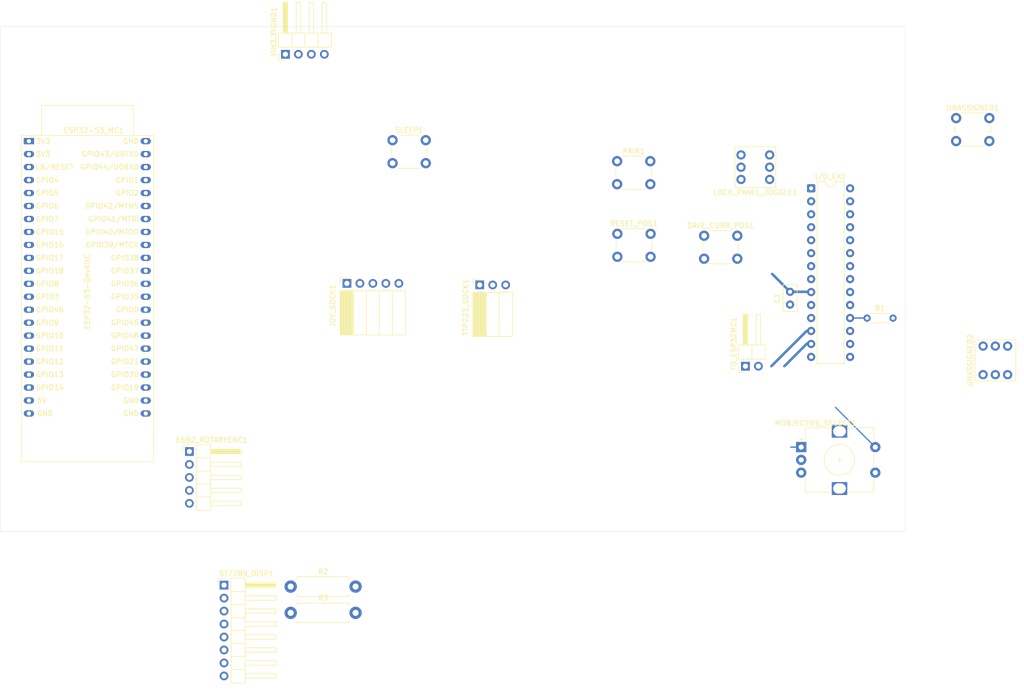
<source format=kicad_pcb>
(kicad_pcb (version 20241229) (generator "pcbnew") (generator_version "9.0")
  (layers (0 "F.Cu" signal) (2 "B.Cu" signal) (13 "F.Paste" user) (15 "B.Paste" user) (5 "F.SilkS" user "F.Silkscreen") (7 "B.SilkS" user "B.Silkscreen") (1 "F.Mask" user) (3 "B.Mask" user) (25 "Edge.Cuts" user))
  (net 0 "")
  (net 1 "GND")
  (net 2 "/<NO NET>")
  (net 3 "/SAVE_CURR_POS")
  (net 4 "/RESET_POS")
  (net 7 "/PAIR")
  (net 8 "/SHUTTER_RELEASE")
  (net 14 "/LOCK_PANEL")
  (net 23 "/SLEEP")
  (net 24 "/MCPCLK")
  (net 25 "/MCPDATA")
  (net 26 "/E6B2_PHZ")
  (net 27 "/E6B2_PHA")
  (net 54 "/FINECOARSE_SWITCH")
  (net 55 "/JOY_VRx")
  (net 56 "/JOY_VRy")
  (net 64 "/+5V")
  (net 65 "/NC")
  (net 66 "/E6B2_PHB")
  (net 67 "/LCD_SCL")
  (net 68 "/LCD_CS")
  (net 69 "/LCD_BL")
  (net 70 "/LCD_RST")
  (net 71 "/LCD_DC")
  (net 72 "/LCD_SDA")
  (net 73 "/EC11_SW")
  (net 74 "/EC11_PHB")
  (net 75 "/EC11_PHA")
  (footprint "Capacitor_THT:C_Disc_D5.0mm_W2.5mm_P2.50mm" (layer "F.Cu") (at 169.02 74.07 90)
    (property "Reference" "C1" (at 1.25 -2.5 90) (layer "F.SilkS"))
    (property "Value" "0.1uF")
    (fp_line (start 3.87 -1.37) (end 3.87 1.37) (stroke (width 0.12)) (layer "F.SilkS"))
    (fp_line (start -1.37 -1.37) (end 3.87 -1.37) (stroke (width 0.12)) (layer "F.SilkS"))
    (fp_line (start 3.87 1.37) (end -1.37 1.37) (stroke (width 0.12)) (layer "F.SilkS"))
    (fp_line (start -1.37 1.37) (end -1.37 -1.37) (stroke (width 0.12)) (layer "F.SilkS"))
    (pad "1" thru_hole circle (at 0 0 90) (size 1.6 1.6) (drill 0.8) (layers "*.Cu" "*.Mask") (net 1 "GND"))
    (pad "2" thru_hole circle (at 2.5 0 90) (size 1.6 1.6) (drill 0.8) (layers "*.Cu" "*.Mask") (net 2 "/<NO NET>"))
  )
  (footprint "TMB_Library:SW_Push_DPDT_8x8mm" (layer "F.Cu") (at 209.2 85)
    (property "Reference" "UNASSIGNED2" (at -4.94 0 90) (layer "F.SilkS"))
    (property "Value" "SW_Push_DPDT")
    (fp_line (start -4 -4) (end -4 4) (stroke (width 0.12)) (layer "F.SilkS"))
    (fp_line (start -4 4) (end 4 4) (stroke (width 0.12)) (layer "F.SilkS"))
    (fp_line (start 4 -4) (end -4 -4) (stroke (width 0.12)) (layer "F.SilkS"))
    (fp_line (start 4 4) (end 4 -4) (stroke (width 0.12)) (layer "F.SilkS"))
    (pad "1" thru_hole circle (at -2.4 2.8) (size 1.8 1.8) (drill 1) (layers "*.Cu" "*.Mask"))
    (pad "2" thru_hole circle (at 0 2.8) (size 1.8 1.8) (drill 1) (layers "*.Cu" "*.Mask"))
    (pad "3" thru_hole circle (at 2.4 2.8) (size 1.8 1.8) (drill 1) (layers "*.Cu" "*.Mask") (net 1 "GND"))
    (pad "4" thru_hole circle (at 2.4 -2.8) (size 1.8 1.8) (drill 1) (layers "*.Cu" "*.Mask"))
    (pad "5" thru_hole circle (at 0 -2.8) (size 1.8 1.8) (drill 1) (layers "*.Cu" "*.Mask"))
    (pad "6" thru_hole circle (at -2.4 -2.8) (size 1.8 1.8) (drill 1) (layers "*.Cu" "*.Mask"))
  )
  (footprint "Resistor_THT:R_Axial_DIN0411_L9.9mm_D3.6mm_P12.70mm_Horizontal" (layer "F.Cu") (at 71.29 134.45)
    (property "Reference" "R3" (at 6.35 -2.92 0) (layer "F.SilkS"))
    (property "Value" "10k")
    (fp_line (start 1.28 -1.92) (end 11.42 -1.92) (stroke (width 0.12)) (layer "F.SilkS"))
    (fp_line (start 1.28 -1.44) (end 1.28 -1.92) (stroke (width 0.12)) (layer "F.SilkS"))
    (fp_line (start 1.28 1.44) (end 1.28 1.92) (stroke (width 0.12)) (layer "F.SilkS"))
    (fp_line (start 1.28 1.92) (end 11.42 1.92) (stroke (width 0.12)) (layer "F.SilkS"))
    (fp_line (start 11.42 -1.92) (end 11.42 -1.44) (stroke (width 0.12)) (layer "F.SilkS"))
    (fp_line (start 11.42 1.92) (end 11.42 1.44) (stroke (width 0.12)) (layer "F.SilkS"))
    (pad "1" thru_hole circle (at 0 0) (size 2.4 2.4) (drill 1.2) (layers "*.Cu" "*.Mask") (net 2 "/<NO NET>"))
    (pad "2" thru_hole circle (at 12.7 0) (size 2.4 2.4) (drill 1.2) (layers "*.Cu" "*.Mask") (net 66 "/E6B2_PHB"))
  )
  (footprint "TMB_Library:SW_Push_DPDT_8x8mm" (layer "F.Cu") (at 162.225 47.165 90)
    (property "Reference" "LOCK_PANEL_TOGGLE1" (at -4.94 0 0) (layer "F.SilkS"))
    (property "Value" "SW_Push_DPDT")
    (fp_line (start 4 -4) (end -4 -4) (stroke (width 0.12)) (layer "F.SilkS"))
    (fp_line (start -4 -4) (end -4 4) (stroke (width 0.12)) (layer "F.SilkS"))
    (fp_line (start 4 4) (end 4 -4) (stroke (width 0.12)) (layer "F.SilkS"))
    (fp_line (start -4 4) (end 4 4) (stroke (width 0.12)) (layer "F.SilkS"))
    (pad "1" thru_hole circle (at -2.4 2.8 90) (size 1.8 1.8) (drill 1) (layers "*.Cu" "*.Mask"))
    (pad "2" thru_hole circle (at 0 2.8 90) (size 1.8 1.8) (drill 1) (layers "*.Cu" "*.Mask") (net 14 "/LOCK_PANEL"))
    (pad "3" thru_hole circle (at 2.4 2.8 90) (size 1.8 1.8) (drill 1) (layers "*.Cu" "*.Mask") (net 1 "GND"))
    (pad "4" thru_hole circle (at 2.4 -2.8 90) (size 1.8 1.8) (drill 1) (layers "*.Cu" "*.Mask"))
    (pad "5" thru_hole circle (at 0 -2.8 90) (size 1.8 1.8) (drill 1) (layers "*.Cu" "*.Mask"))
    (pad "6" thru_hole circle (at -2.4 -2.8 90) (size 1.8 1.8) (drill 1) (layers "*.Cu" "*.Mask"))
  )
  (footprint "Button_Switch_THT:SW_PUSH_6mm_H8.5mm" (layer "F.Cu") (at 135.225 60.215)
    (property "Reference" "RESET_POS1" (at 3.25 -2 0) (layer "F.SilkS"))
    (property "Value" "SW_Push")
    (fp_line (start -0.25 1.5) (end -0.25 3) (stroke (width 0.12)) (layer "F.SilkS"))
    (fp_line (start 1 5.5) (end 5.5 5.5) (stroke (width 0.12)) (layer "F.SilkS"))
    (fp_line (start 5.5 -1) (end 1 -1) (stroke (width 0.12)) (layer "F.SilkS"))
    (fp_line (start 6.75 3) (end 6.75 1.5) (stroke (width 0.12)) (layer "F.SilkS"))
    (pad "1" thru_hole circle (at 0 0 90) (size 2 2) (drill 1.1) (layers "*.Cu" "*.Mask") (net 4 "/RESET_POS"))
    (pad "1" thru_hole circle (at 6.5 0 90) (size 2 2) (drill 1.1) (layers "*.Cu" "*.Mask") (net 4 "/RESET_POS"))
    (pad "2" thru_hole circle (at 0 4.5 90) (size 2 2) (drill 1.1) (layers "*.Cu" "*.Mask") (net 1 "GND"))
    (pad "2" thru_hole circle (at 6.5 4.5 90) (size 2 2) (drill 1.1) (layers "*.Cu" "*.Mask") (net 1 "GND"))
  )
  (footprint "Connector_PinHeader_2.54mm:PinHeader_1x02_P2.54mm_Horizontal" (layer "F.Cu") (at 160.285 86.14 90)
    (property "Reference" "TO_ESP32MC1" (at 4.385 -2.27 90) (layer "F.SilkS"))
    (property "Value" "Conn_01x02_Pin")
    (fp_line (start 4.15 -1.38) (end 1.39 -1.38) (stroke (width 0.12)) (layer "F.SilkS"))
    (fp_line (start 1.39 -1.38) (end 1.39 3.92) (stroke (width 0.12)) (layer "F.SilkS"))
    (fp_line (start -1.27 -1.27) (end 0 -1.27) (stroke (width 0.12)) (layer "F.SilkS"))
    (fp_line (start 1.16 -0.43) (end 1.39 -0.43) (stroke (width 0.12)) (layer "F.SilkS"))
    (fp_line (start -1.27 0) (end -1.27 -1.27) (stroke (width 0.12)) (layer "F.SilkS"))
    (fp_line (start 1.16 0.43) (end 1.39 0.43) (stroke (width 0.12)) (layer "F.SilkS"))
    (fp_line (start 1.39 1.27) (end 4.15 1.27) (stroke (width 0.12)) (layer "F.SilkS"))
    (fp_line (start 10.15 2.11) (end 10.15 2.97) (stroke (width 0.12)) (layer "F.SilkS"))
    (fp_line (start 4.15 2.11) (end 10.15 2.11) (stroke (width 0.12)) (layer "F.SilkS"))
    (fp_line (start 1.077358 2.11) (end 1.39 2.11) (stroke (width 0.12)) (layer "F.SilkS"))
    (fp_line (start 10.15 2.97) (end 4.15 2.97) (stroke (width 0.12)) (layer "F.SilkS"))
    (fp_line (start 1.077358 2.97) (end 1.39 2.97) (stroke (width 0.12)) (layer "F.SilkS"))
    (fp_line (start 4.15 3.92) (end 4.15 -1.38) (stroke (width 0.12)) (layer "F.SilkS"))
    (fp_line (start 1.39 3.92) (end 4.15 3.92) (stroke (width 0.12)) (layer "F.SilkS"))
    (fp_rect (start 4.15 -0.43) (end 10.15 0.43) (stroke (width 0.12)) (fill yes) (layer "F.SilkS"))
    (pad "1" thru_hole rect (at 0 0 90) (size 1.7 1.7) (drill 1) (layers "*.Cu" "*.Mask") (net 24 "/MCPCLK"))
    (pad "2" thru_hole circle (at 0 2.54 90) (size 1.7 1.7) (drill 1) (layers "*.Cu" "*.Mask") (net 25 "/MCPDATA"))
  )
  (footprint "Button_Switch_THT:SW_PUSH_6mm_H8.5mm" (layer "F.Cu") (at 91.225 41.875)
    (property "Reference" "SLEEP1" (at 3.25 -2 0) (layer "F.SilkS"))
    (property "Value" "SW_Push")
    (fp_line (start -0.25 1.5) (end -0.25 3) (stroke (width 0.12)) (layer "F.SilkS"))
    (fp_line (start 1 5.5) (end 5.5 5.5) (stroke (width 0.12)) (layer "F.SilkS"))
    (fp_line (start 5.5 -1) (end 1 -1) (stroke (width 0.12)) (layer "F.SilkS"))
    (fp_line (start 6.75 3) (end 6.75 1.5) (stroke (width 0.12)) (layer "F.SilkS"))
    (pad "1" thru_hole circle (at 0 0 90) (size 2 2) (drill 1.1) (layers "*.Cu" "*.Mask") (net 23 "/SLEEP"))
    (pad "1" thru_hole circle (at 6.5 0 90) (size 2 2) (drill 1.1) (layers "*.Cu" "*.Mask") (net 23 "/SLEEP"))
    (pad "2" thru_hole circle (at 0 4.5 90) (size 2 2) (drill 1.1) (layers "*.Cu" "*.Mask") (net 1 "GND"))
    (pad "2" thru_hole circle (at 6.5 4.5 90) (size 2 2) (drill 1.1) (layers "*.Cu" "*.Mask") (net 1 "GND"))
  )
  (footprint "Connector_PinSocket_2.54mm:PinSocket_1x05_P2.54mm_Horizontal" (layer "F.Cu") (at 82.295 69.925 90)
    (property "Reference" "JOY_SOCK1" (at -4.38 -2.77 90) (layer "F.SilkS"))
    (property "Value" "Conn_01x05_Socket")
    (fp_line (start 1.11 -1.33) (end 1.11 0) (stroke (width 0.12)) (layer "F.SilkS"))
    (fp_line (start 0 -1.33) (end 1.11 -1.33) (stroke (width 0.12)) (layer "F.SilkS"))
    (fp_line (start -1.46 -1.33) (end -1.46 11.49) (stroke (width 0.12)) (layer "F.SilkS"))
    (fp_line (start -10.09 -1.33) (end -1.46 -1.33) (stroke (width 0.12)) (layer "F.SilkS"))
    (fp_line (start -10.09 -1.33) (end -10.09 11.49) (stroke (width 0.12)) (layer "F.SilkS"))
    (fp_line (start -10.09 -1.21) (end -1.46 -1.21) (stroke (width 0.12)) (layer "F.SilkS"))
    (fp_line (start -10.09 -1.091905) (end -1.46 -1.091905) (stroke (width 0.12)) (layer "F.SilkS"))
    (fp_line (start -10.09 -0.97381) (end -1.46 -0.97381) (stroke (width 0.12)) (layer "F.SilkS"))
    (fp_line (start -10.09 -0.855715) (end -1.46 -0.855715) (stroke (width 0.12)) (layer "F.SilkS"))
    (fp_line (start -10.09 -0.73762) (end -1.46 -0.73762) (stroke (width 0.12)) (layer "F.SilkS"))
    (fp_line (start -10.09 -0.619525) (end -1.46 -0.619525) (stroke (width 0.12)) (layer "F.SilkS"))
    (fp_line (start -10.09 -0.50143) (end -1.46 -0.50143) (stroke (width 0.12)) (layer "F.SilkS"))
    (fp_line (start -10.09 -0.383335) (end -1.46 -0.383335) (stroke (width 0.12)) (layer "F.SilkS"))
    (fp_line (start -1.46 -0.36) (end -1.11 -0.36) (stroke (width 0.12)) (layer "F.SilkS"))
    (fp_line (start -10.09 -0.26524) (end -1.46 -0.26524) (stroke (width 0.12)) (layer "F.SilkS"))
    (fp_line (start -10.09 -0.147145) (end -1.46 -0.147145) (stroke (width 0.12)) (layer "F.SilkS"))
    (fp_line (start -10.09 -0.02905) (end -1.46 -0.02905) (stroke (width 0.12)) (layer "F.SilkS"))
    (fp_line (start -10.09 0.089045) (end -1.46 0.089045) (stroke (width 0.12)) (layer "F.SilkS"))
    (fp_line (start -10.09 0.20714) (end -1.46 0.20714) (stroke (width 0.12)) (layer "F.SilkS"))
    (fp_line (start -10.09 0.325235) (end -1.46 0.325235) (stroke (width 0.12)) (layer "F.SilkS"))
    (fp_line (start -1.46 0.36) (end -1.11 0.36) (stroke (width 0.12)) (layer "F.SilkS"))
    (fp_line (start -10.09 0.44333) (end -1.46 0.44333) (stroke (width 0.12)) (layer "F.SilkS"))
    (fp_line (start -10.09 0.561425) (end -1.46 0.561425) (stroke (width 0.12)) (layer "F.SilkS"))
    (fp_line (start -10.09 0.67952) (end -1.46 0.67952) (stroke (width 0.12)) (layer "F.SilkS"))
    (fp_line (start -10.09 0.797615) (end -1.46 0.797615) (stroke (width 0.12)) (layer "F.SilkS"))
    (fp_line (start -10.09 0.91571) (end -1.46 0.91571) (stroke (width 0.12)) (layer "F.SilkS"))
    (fp_line (start -10.09 1.033805) (end -1.46 1.033805) (stroke (width 0.12)) (layer "F.SilkS"))
    (fp_line (start -10.09 1.1519) (end -1.46 1.1519) (stroke (width 0.12)) (layer "F.SilkS"))
    (fp_line (start -10.09 1.27) (end -1.46 1.27) (stroke (width 0.12)) (layer "F.SilkS"))
    (fp_line (start -1.46 2.18) (end -1.05 2.18) (stroke (width 0.12)) (layer "F.SilkS"))
    (fp_line (start -1.46 2.9) (end -1.05 2.9) (stroke (width 0.12)) (layer "F.SilkS"))
    (fp_line (start -10.09 3.81) (end -1.46 3.81) (stroke (width 0.12)) (layer "F.SilkS"))
    (fp_line (start -1.46 4.72) (end -1.05 4.72) (stroke (width 0.12)) (layer "F.SilkS"))
    (fp_line (start -1.46 5.44) (end -1.05 5.44) (stroke (width 0.12)) (layer "F.SilkS"))
    (fp_line (start -10.09 6.35) (end -1.46 6.35) (stroke (width 0.12)) (layer "F.SilkS"))
    (fp_line (start -1.46 7.26) (end -1.05 7.26) (stroke (width 0.12)) (layer "F.SilkS"))
    (fp_line (start -1.46 7.98) (end -1.05 7.98) (stroke (width 0.12)) (layer "F.SilkS"))
    (fp_line (start -10.09 8.89) (end -1.46 8.89) (stroke (width 0.12)) (layer "F.SilkS"))
    (fp_line (start -1.46 9.8) (end -1.05 9.8) (stroke (width 0.12)) (layer "F.SilkS"))
    (fp_line (start -1.46 10.52) (end -1.05 10.52) (stroke (width 0.12)) (layer "F.SilkS"))
    (fp_line (start -10.09 11.49) (end -1.46 11.49) (stroke (width 0.12)) (layer "F.SilkS"))
    (pad "1" thru_hole rect (at 0 0 90) (size 1.7 1.7) (drill 1) (layers "*.Cu" "*.Mask") (net 1 "GND"))
    (pad "2" thru_hole circle (at 0 2.54 90) (size 1.7 1.7) (drill 1) (layers "*.Cu" "*.Mask") (net 2 "/<NO NET>"))
    (pad "3" thru_hole circle (at 0 5.08 90) (size 1.7 1.7) (drill 1) (layers "*.Cu" "*.Mask") (net 55 "/JOY_VRx"))
    (pad "4" thru_hole circle (at 0 7.62 90) (size 1.7 1.7) (drill 1) (layers "*.Cu" "*.Mask") (net 56 "/JOY_VRy"))
    (pad "5" thru_hole circle (at 0 10.16 90) (size 1.7 1.7) (drill 1) (layers "*.Cu" "*.Mask") (net 54 "/FINECOARSE_SWITCH"))
  )
  (footprint "Package_DIP:DIP-28_W7.62mm" (layer "F.Cu") (at 173.15 51.305)
    (property "Reference" "I/O_EX1" (at 3.81 -2.33 0) (layer "F.SilkS"))
    (property "Value" "MCP23017_SP")
    (fp_line (start 1.16 -1.33) (end 1.16 34.35) (stroke (width 0.12)) (layer "F.SilkS"))
    (fp_line (start 1.16 34.35) (end 6.46 34.35) (stroke (width 0.12)) (layer "F.SilkS"))
    (fp_line (start 2.81 -1.33) (end 1.16 -1.33) (stroke (width 0.12)) (layer "F.SilkS"))
    (fp_line (start 6.46 -1.33) (end 4.81 -1.33) (stroke (width 0.12)) (layer "F.SilkS"))
    (fp_line (start 6.46 34.35) (end 6.46 -1.33) (stroke (width 0.12)) (layer "F.SilkS"))
    (fp_arc (start 4.81 -1.33) (mid 3.81 -0.33) (end 2.81 -1.33) (stroke (width 0.12)) (layer "F.SilkS"))
    (pad "1" thru_hole roundrect (at 0 0) (size 1.6 1.6) (drill 0.8) (layers "*.Cu" "*.Mask") (roundrect_rratio 0.15625) (net 7 "/PAIR"))
    (pad "2" thru_hole circle (at 0 2.54) (size 1.6 1.6) (drill 0.8) (layers "*.Cu" "*.Mask") (net 14 "/LOCK_PANEL"))
    (pad "3" thru_hole circle (at 0 5.08) (size 1.6 1.6) (drill 0.8) (layers "*.Cu" "*.Mask") (net 4 "/RESET_POS"))
    (pad "4" thru_hole circle (at 0 7.62) (size 1.6 1.6) (drill 0.8) (layers "*.Cu" "*.Mask") (net 3 "/SAVE_CURR_POS"))
    (pad "5" thru_hole circle (at 0 10.16) (size 1.6 1.6) (drill 0.8) (layers "*.Cu" "*.Mask") (net 8 "/SHUTTER_RELEASE"))
    (pad "6" thru_hole circle (at 0 12.7) (size 1.6 1.6) (drill 0.8) (layers "*.Cu" "*.Mask") (net 74 "/EC11_PHB"))
    (pad "7" thru_hole circle (at 0 15.24) (size 1.6 1.6) (drill 0.8) (layers "*.Cu" "*.Mask") (net 75 "/EC11_PHA"))
    (pad "8" thru_hole circle (at 0 17.78) (size 1.6 1.6) (drill 0.8) (layers "*.Cu" "*.Mask") (net 73 "/EC11_SW"))
    (pad "9" thru_hole circle (at 0 20.32) (size 1.6 1.6) (drill 0.8) (layers "*.Cu" "*.Mask") (net 2 "/<NO NET>"))
    (pad "10" thru_hole circle (at 0 22.86) (size 1.6 1.6) (drill 0.8) (layers "*.Cu" "*.Mask") (net 1 "GND"))
    (pad "11" thru_hole circle (at 0 25.4) (size 1.6 1.6) (drill 0.8) (layers "*.Cu" "*.Mask"))
    (pad "12" thru_hole circle (at 0 27.94) (size 1.6 1.6) (drill 0.8) (layers "*.Cu" "*.Mask") (net 24 "/MCPCLK"))
    (pad "13" thru_hole circle (at 0 30.48) (size 1.6 1.6) (drill 0.8) (layers "*.Cu" "*.Mask") (net 25 "/MCPDATA"))
    (pad "14" thru_hole circle (at 0 33.02) (size 1.6 1.6) (drill 0.8) (layers "*.Cu" "*.Mask"))
    (pad "15" thru_hole circle (at 7.62 33.02) (size 1.6 1.6) (drill 0.8) (layers "*.Cu" "*.Mask") (net 1 "GND"))
    (pad "16" thru_hole circle (at 7.62 30.48) (size 1.6 1.6) (drill 0.8) (layers "*.Cu" "*.Mask") (net 1 "GND"))
    (pad "17" thru_hole circle (at 7.62 27.94) (size 1.6 1.6) (drill 0.8) (layers "*.Cu" "*.Mask") (net 1 "GND"))
    (pad "18" thru_hole circle (at 7.62 25.4) (size 1.6 1.6) (drill 0.8) (layers "*.Cu" "*.Mask") (net 2 "/<NO NET>"))
    (pad "19" thru_hole circle (at 7.62 22.86) (size 1.6 1.6) (drill 0.8) (layers "*.Cu" "*.Mask"))
    (pad "20" thru_hole circle (at 7.62 20.32) (size 1.6 1.6) (drill 0.8) (layers "*.Cu" "*.Mask"))
    (pad "21" thru_hole circle (at 7.62 17.78) (size 1.6 1.6) (drill 0.8) (layers "*.Cu" "*.Mask") (net 54 "/FINECOARSE_SWITCH"))
    (pad "22" thru_hole circle (at 7.62 15.24) (size 1.6 1.6) (drill 0.8) (layers "*.Cu" "*.Mask"))
    (pad "23" thru_hole circle (at 7.62 12.7) (size 1.6 1.6) (drill 0.8) (layers "*.Cu" "*.Mask"))
    (pad "24" thru_hole circle (at 7.62 10.16) (size 1.6 1.6) (drill 0.8) (layers "*.Cu" "*.Mask"))
    (pad "25" thru_hole circle (at 7.62 7.62) (size 1.6 1.6) (drill 0.8) (layers "*.Cu" "*.Mask"))
    (pad "26" thru_hole circle (at 7.62 5.08) (size 1.6 1.6) (drill 0.8) (layers "*.Cu" "*.Mask"))
    (pad "27" thru_hole circle (at 7.62 2.54) (size 1.6 1.6) (drill 0.8) (layers "*.Cu" "*.Mask"))
    (pad "28" thru_hole circle (at 7.62 0) (size 1.6 1.6) (drill 0.8) (layers "*.Cu" "*.Mask"))
  )
  (footprint "Resistor_THT:R_Axial_DIN0411_L9.9mm_D3.6mm_P12.70mm_Horizontal" (layer "F.Cu") (at 71.29 129.3)
    (property "Reference" "R2" (at 6.35 -2.92 0) (layer "F.SilkS"))
    (property "Value" "10k")
    (fp_line (start 1.28 -1.92) (end 11.42 -1.92) (stroke (width 0.12)) (layer "F.SilkS"))
    (fp_line (start 1.28 -1.44) (end 1.28 -1.92) (stroke (width 0.12)) (layer "F.SilkS"))
    (fp_line (start 1.28 1.44) (end 1.28 1.92) (stroke (width 0.12)) (layer "F.SilkS"))
    (fp_line (start 1.28 1.92) (end 11.42 1.92) (stroke (width 0.12)) (layer "F.SilkS"))
    (fp_line (start 11.42 -1.92) (end 11.42 -1.44) (stroke (width 0.12)) (layer "F.SilkS"))
    (fp_line (start 11.42 1.92) (end 11.42 1.44) (stroke (width 0.12)) (layer "F.SilkS"))
    (pad "1" thru_hole circle (at 0 0) (size 2.4 2.4) (drill 1.2) (layers "*.Cu" "*.Mask") (net 2 "/<NO NET>"))
    (pad "2" thru_hole circle (at 12.7 0) (size 2.4 2.4) (drill 1.2) (layers "*.Cu" "*.Mask") (net 27 "/E6B2_PHA"))
  )
  (footprint "Button_Switch_THT:SW_PUSH_6mm_H8.5mm" (layer "F.Cu") (at 201.525 37.55)
    (property "Reference" "UNASSIGNED1" (at 3.25 -2 0) (layer "F.SilkS"))
    (property "Value" "SW_Push")
    (fp_line (start -0.25 1.5) (end -0.25 3) (stroke (width 0.12)) (layer "F.SilkS"))
    (fp_line (start 1 5.5) (end 5.5 5.5) (stroke (width 0.12)) (layer "F.SilkS"))
    (fp_line (start 5.5 -1) (end 1 -1) (stroke (width 0.12)) (layer "F.SilkS"))
    (fp_line (start 6.75 3) (end 6.75 1.5) (stroke (width 0.12)) (layer "F.SilkS"))
    (pad "1" thru_hole circle (at 0 0 90) (size 2 2) (drill 1.1) (layers "*.Cu" "*.Mask"))
    (pad "1" thru_hole circle (at 6.5 0 90) (size 2 2) (drill 1.1) (layers "*.Cu" "*.Mask"))
    (pad "2" thru_hole circle (at 0 4.5 90) (size 2 2) (drill 1.1) (layers "*.Cu" "*.Mask"))
    (pad "2" thru_hole circle (at 6.5 4.5 90) (size 2 2) (drill 1.1) (layers "*.Cu" "*.Mask"))
  )
  (footprint "Rotary_Encoder:RotaryEncoder_Alps_EC12E-Switch_Vertical_H20mm" (layer "F.Cu") (at 171.2 101.99)
    (property "Reference" "MOBJECTIVE_SELECT1" (at 2.8 -4.7 0) (layer "F.SilkS"))
    (property "Value" "RotaryEncoder_Switch")
    (fp_line (start -0.3 -1.6) (end 0.3 -1.6) (stroke (width 0.12)) (layer "F.SilkS"))
    (fp_line (start 0 -1.3) (end -0.3 -1.6) (stroke (width 0.12)) (layer "F.SilkS"))
    (fp_line (start 0.3 -1.6) (end 0 -1.3) (stroke (width 0.12)) (layer "F.SilkS"))
    (fp_line (start 0.8 -3.8) (end 0.8 -1.3) (stroke (width 0.12)) (layer "F.SilkS"))
    (fp_line (start 0.8 8.8) (end 0.8 6) (stroke (width 0.12)) (layer "F.SilkS"))
    (fp_line (start 5.6 -3.8) (end 0.8 -3.8) (stroke (width 0.12)) (layer "F.SilkS"))
    (fp_line (start 5.7 8.8) (end 0.8 8.8) (stroke (width 0.12)) (layer "F.SilkS"))
    (fp_line (start 7 2.5) (end 8 2.5) (stroke (width 0.12)) (layer "F.SilkS"))
    (fp_line (start 7.5 2) (end 7.5 3) (stroke (width 0.12)) (layer "F.SilkS"))
    (fp_line (start 9.3 -3.8) (end 14.2 -3.8) (stroke (width 0.12)) (layer "F.SilkS"))
    (fp_line (start 14.2 -3.8) (end 14.2 -1.2) (stroke (width 0.12)) (layer "F.SilkS"))
    (fp_line (start 14.2 1.2) (end 14.2 3.8) (stroke (width 0.12)) (layer "F.SilkS"))
    (fp_line (start 14.2 6.2) (end 14.2 8.8) (stroke (width 0.12)) (layer "F.SilkS"))
    (fp_line (start 14.2 8.8) (end 9.3 8.8) (stroke (width 0.12)) (layer "F.SilkS"))
    (fp_circle (center 7.5 2.5) (end 10.5 2.5) (stroke (width 0.12)) (fill no) (layer "F.SilkS"))
    (pad "A" thru_hole rect (at 0 0) (size 2 2) (drill 1) (layers "*.Cu" "*.Mask") (net 75 "/EC11_PHA"))
    (pad "B" thru_hole circle (at 0 5) (size 2 2) (drill 1) (layers "*.Cu" "*.Mask") (net 74 "/EC11_PHB"))
    (pad "C" thru_hole circle (at 0 2.5) (size 2 2) (drill 1) (layers "*.Cu" "*.Mask") (net 1 "GND"))
    (pad "MP" thru_hole rect (at 7.5 -3.1) (size 3 2.5) (drill oval 2.5 2) (layers "*.Cu" "*.Mask"))
    (pad "MP" thru_hole rect (at 7.5 8.1) (size 3 2.5) (drill oval 2.5 2) (layers "*.Cu" "*.Mask"))
    (pad "S1" thru_hole circle (at 14.5 0) (size 2 2) (drill 1) (layers "*.Cu" "*.Mask") (net 73 "/EC11_SW"))
    (pad "S2" thru_hole circle (at 14.5 5) (size 2 2) (drill 1) (layers "*.Cu" "*.Mask") (net 1 "GND"))
  )
  (footprint "Connector_PinHeader_2.54mm:PinHeader_1x08_P2.54mm_Horizontal" (layer "F.Cu") (at 58.25 129.02)
    (property "Reference" "ST7789_DISP1" (at 4.385 -2.27 0) (layer "F.SilkS"))
    (property "Value" "Conn_01x08_Pin")
    (fp_line (start -1.27 -1.27) (end 0 -1.27) (stroke (width 0.12)) (layer "F.SilkS"))
    (fp_line (start -1.27 0) (end -1.27 -1.27) (stroke (width 0.12)) (layer "F.SilkS"))
    (fp_line (start 1.077358 2.11) (end 1.39 2.11) (stroke (width 0.12)) (layer "F.SilkS"))
    (fp_line (start 1.077358 2.97) (end 1.39 2.97) (stroke (width 0.12)) (layer "F.SilkS"))
    (fp_line (start 1.077358 4.65) (end 1.39 4.65) (stroke (width 0.12)) (layer "F.SilkS"))
    (fp_line (start 1.077358 5.51) (end 1.39 5.51) (stroke (width 0.12)) (layer "F.SilkS"))
    (fp_line (start 1.077358 7.19) (end 1.39 7.19) (stroke (width 0.12)) (layer "F.SilkS"))
    (fp_line (start 1.077358 8.05) (end 1.39 8.05) (stroke (width 0.12)) (layer "F.SilkS"))
    (fp_line (start 1.077358 9.73) (end 1.39 9.73) (stroke (width 0.12)) (layer "F.SilkS"))
    (fp_line (start 1.077358 10.59) (end 1.39 10.59) (stroke (width 0.12)) (layer "F.SilkS"))
    (fp_line (start 1.077358 12.27) (end 1.39 12.27) (stroke (width 0.12)) (layer "F.SilkS"))
    (fp_line (start 1.077358 13.13) (end 1.39 13.13) (stroke (width 0.12)) (layer "F.SilkS"))
    (fp_line (start 1.077358 14.81) (end 1.39 14.81) (stroke (width 0.12)) (layer "F.SilkS"))
    (fp_line (start 1.077358 15.67) (end 1.39 15.67) (stroke (width 0.12)) (layer "F.SilkS"))
    (fp_line (start 1.077358 17.35) (end 1.39 17.35) (stroke (width 0.12)) (layer "F.SilkS"))
    (fp_line (start 1.077358 18.21) (end 1.39 18.21) (stroke (width 0.12)) (layer "F.SilkS"))
    (fp_line (start 1.16 -0.43) (end 1.39 -0.43) (stroke (width 0.12)) (layer "F.SilkS"))
    (fp_line (start 1.16 0.43) (end 1.39 0.43) (stroke (width 0.12)) (layer "F.SilkS"))
    (fp_line (start 1.39 -1.38) (end 1.39 19.16) (stroke (width 0.12)) (layer "F.SilkS"))
    (fp_line (start 1.39 1.27) (end 4.15 1.27) (stroke (width 0.12)) (layer "F.SilkS"))
    (fp_line (start 1.39 3.81) (end 4.15 3.81) (stroke (width 0.12)) (layer "F.SilkS"))
    (fp_line (start 1.39 6.35) (end 4.15 6.35) (stroke (width 0.12)) (layer "F.SilkS"))
    (fp_line (start 1.39 8.89) (end 4.15 8.89) (stroke (width 0.12)) (layer "F.SilkS"))
    (fp_line (start 1.39 11.43) (end 4.15 11.43) (stroke (width 0.12)) (layer "F.SilkS"))
    (fp_line (start 1.39 13.97) (end 4.15 13.97) (stroke (width 0.12)) (layer "F.SilkS"))
    (fp_line (start 1.39 16.51) (end 4.15 16.51) (stroke (width 0.12)) (layer "F.SilkS"))
    (fp_line (start 1.39 19.16) (end 4.15 19.16) (stroke (width 0.12)) (layer "F.SilkS"))
    (fp_line (start 4.15 -1.38) (end 1.39 -1.38) (stroke (width 0.12)) (layer "F.SilkS"))
    (fp_line (start 4.15 2.11) (end 10.15 2.11) (stroke (width 0.12)) (layer "F.SilkS"))
    (fp_line (start 4.15 4.65) (end 10.15 4.65) (stroke (width 0.12)) (layer "F.SilkS"))
    (fp_line (start 4.15 7.19) (end 10.15 7.19) (stroke (width 0.12)) (layer "F.SilkS"))
    (fp_line (start 4.15 9.73) (end 10.15 9.73) (stroke (width 0.12)) (layer "F.SilkS"))
    (fp_line (start 4.15 12.27) (end 10.15 12.27) (stroke (width 0.12)) (layer "F.SilkS"))
    (fp_line (start 4.15 14.81) (end 10.15 14.81) (stroke (width 0.12)) (layer "F.SilkS"))
    (fp_line (start 4.15 17.35) (end 10.15 17.35) (stroke (width 0.12)) (layer "F.SilkS"))
    (fp_line (start 4.15 19.16) (end 4.15 -1.38) (stroke (width 0.12)) (layer "F.SilkS"))
    (fp_line (start 10.15 2.11) (end 10.15 2.97) (stroke (width 0.12)) (layer "F.SilkS"))
    (fp_line (start 10.15 2.97) (end 4.15 2.97) (stroke (width 0.12)) (layer "F.SilkS"))
    (fp_line (start 10.15 4.65) (end 10.15 5.51) (stroke (width 0.12)) (layer "F.SilkS"))
    (fp_line (start 10.15 5.51) (end 4.15 5.51) (stroke (width 0.12)) (layer "F.SilkS"))
    (fp_line (start 10.15 7.19) (end 10.15 8.05) (stroke (width 0.12)) (layer "F.SilkS"))
    (fp_line (start 10.15 8.05) (end 4.15 8.05) (stroke (width 0.12)) (layer "F.SilkS"))
    (fp_line (start 10.15 9.73) (end 10.15 10.59) (stroke (width 0.12)) (layer "F.SilkS"))
    (fp_line (start 10.15 10.59) (end 4.15 10.59) (stroke (width 0.12)) (layer "F.SilkS"))
    (fp_line (start 10.15 12.27) (end 10.15 13.13) (stroke (width 0.12)) (layer "F.SilkS"))
    (fp_line (start 10.15 13.13) (end 4.15 13.13) (stroke (width 0.12)) (layer "F.SilkS"))
    (fp_line (start 10.15 14.81) (end 10.15 15.67) (stroke (width 0.12)) (layer "F.SilkS"))
    (fp_line (start 10.15 15.67) (end 4.15 15.67) (stroke (width 0.12)) (layer "F.SilkS"))
    (fp_line (start 10.15 17.35) (end 10.15 18.21) (stroke (width 0.12)) (layer "F.SilkS"))
    (fp_line (start 10.15 18.21) (end 4.15 18.21) (stroke (width 0.12)) (layer "F.SilkS"))
    (fp_rect (start 4.15 -0.43) (end 10.15 0.43) (stroke (width 0.12)) (fill yes) (layer "F.SilkS"))
    (pad "1" thru_hole rect (at 0 0) (size 1.7 1.7) (drill 1) (layers "*.Cu" "*.Mask") (net 1 "GND"))
    (pad "2" thru_hole circle (at 0 2.54) (size 1.7 1.7) (drill 1) (layers "*.Cu" "*.Mask") (net 2 "/<NO NET>"))
    (pad "3" thru_hole circle (at 0 5.08) (size 1.7 1.7) (drill 1) (layers "*.Cu" "*.Mask") (net 67 "/LCD_SCL"))
    (pad "4" thru_hole circle (at 0 7.62) (size 1.7 1.7) (drill 1) (layers "*.Cu" "*.Mask") (net 72 "/LCD_SDA"))
    (pad "5" thru_hole circle (at 0 10.16) (size 1.7 1.7) (drill 1) (layers "*.Cu" "*.Mask") (net 70 "/LCD_RST"))
    (pad "6" thru_hole circle (at 0 12.7) (size 1.7 1.7) (drill 1) (layers "*.Cu" "*.Mask") (net 71 "/LCD_DC"))
    (pad "7" thru_hole circle (at 0 15.24) (size 1.7 1.7) (drill 1) (layers "*.Cu" "*.Mask") (net 68 "/LCD_CS"))
    (pad "8" thru_hole circle (at 0 17.78) (size 1.7 1.7) (drill 1) (layers "*.Cu" "*.Mask") (net 69 "/LCD_BL"))
  )
  (footprint "PCM_Espressif:ESP32-S3-DevKitC" (layer "F.Cu") (at 20.065 42.06)
    (property "Reference" "ESP32-S3_MC1" (at 12.7 -2.1 0) (layer "F.SilkS"))
    (property "Value" "ESP32-S3-DevKitC" (at 11.42632 29.46128 90) (layer "F.SilkS"))
    (fp_line (start -1.5 62.79728) (end 24.359999 62.79728) (stroke (width 0.12)) (layer "F.SilkS"))
    (fp_line (start -1.499999 -1.1) (end -1.5 62.79728) (stroke (width 0.12)) (layer "F.SilkS"))
    (fp_line (start 2.46012 -7.01312) (end 20.44332 -7.01312) (stroke (width 0.12)) (layer "F.SilkS"))
    (fp_line (start 2.46012 -1.12032) (end 2.46012 -7.01312) (stroke (width 0.12)) (layer "F.SilkS"))
    (fp_line (start 20.44332 -7.01312) (end 20.44332 -1.12032) (stroke (width 0.12)) (layer "F.SilkS"))
    (fp_line (start 24.359999 62.79728) (end 24.36 -1.1) (stroke (width 0.12)) (layer "F.SilkS"))
    (fp_line (start 24.36 -1.1) (end -1.499999 -1.1) (stroke (width 0.12)) (layer "F.SilkS"))
    (fp_text user "GPIO19" (at 21.59 48.26 0) (layer "F.SilkS") (effects (justify right)))
    (fp_text user "GPIO41/MTDI" (at 21.59 15.24 0) (layer "F.SilkS") (effects (justify right)))
    (fp_text user "GPIO16" (at 1.27 20.32 0) (layer "F.SilkS") (effects (justify left)))
    (fp_text user "GPIO1" (at 21.59 7.62 0) (layer "F.SilkS") (effects (justify right)))
    (fp_text user "GPIO12" (at 1.27 43.18 0) (layer "F.SilkS") (effects (justify left)))
    (fp_text user "GPIO45" (at 21.59 35.56 0) (layer "F.SilkS") (effects (justify right)))
    (fp_text user "GPIO7" (at 1.27 15.24 0) (layer "F.SilkS") (effects (justify left)))
    (fp_text user "GND" (at 1.52032 53.33728 0) (layer "F.SilkS") (effects (justify left)))
    (fp_text user "GPIO20" (at 21.59 45.72 0) (layer "F.SilkS") (effects (justify right)))
    (fp_text user "GPIO39/MTCK" (at 21.59 20.32 0) (layer "F.SilkS") (effects (justify right)))
    (fp_text user "GPIO13" (at 1.27 45.72 0) (layer "F.SilkS") (effects (justify left)))
    (fp_text user "GPIO42/MTMS" (at 21.59 12.7 0) (layer "F.SilkS") (effects (justify right)))
    (fp_text user "GND" (at 21.59 0 0) (layer "F.SilkS") (effects (justify right)))
    (fp_text user "5V" (at 1.52032 50.79728 0) (layer "F.SilkS") (effects (justify left)))
    (fp_text user "GPIO4" (at 1.27 7.62 0) (layer "F.SilkS") (effects (justify left)))
    (fp_text user "GPIO21" (at 21.59 43.18 0) (layer "F.SilkS") (effects (justify right)))
    (fp_text user "GPIO17" (at 1.27 22.86 0) (layer "F.SilkS") (effects (justify left)))
    (fp_text user "GPIO38" (at 21.59 22.86 0) (layer "F.SilkS") (effects (justify right)))
    (fp_text user "GPIO43/U0TXD" (at 21.59 2.54 0) (layer "F.SilkS") (effects (justify right)))
    (fp_text user "GPIO44/U0RXD" (at 21.59 5.08 0) (layer "F.SilkS") (effects (justify right)))
    (fp_text user "GPIO18" (at 1.27 25.4 0) (layer "F.SilkS") (effects (justify left)))
    (fp_text user "GPIO14" (at 1.27 48.26 0) (layer "F.SilkS") (effects (justify left)))
    (fp_text user "EN/RESET" (at 8.88632 5.07728 0) (layer "F.SilkS") (effects (justify right)))
    (fp_text user "GPIO47" (at 21.59 40.64 0) (layer "F.SilkS") (effects (justify right)))
    (fp_text user "GPIO9" (at 1.27 35.56 0) (layer "F.SilkS") (effects (justify left)))
    (fp_text user "GPIO6" (at 1.27 12.7 0) (layer "F.SilkS") (effects (justify left)))
    (fp_text user "3V3" (at 1.27 2.54 0) (layer "F.SilkS") (effects (justify left)))
    (fp_text user "3V3" (at 1.27 0 0) (layer "F.SilkS") (effects (justify left)))
    (fp_text user "GND" (at 21.59 53.34 0) (layer "F.SilkS") (effects (justify right)))
    (fp_text user "GPIO11" (at 1.27 40.64 0) (layer "F.SilkS") (effects (justify left)))
    (fp_text user "GPIO48" (at 21.59 38.1 0) (layer "F.SilkS") (effects (justify right)))
    (fp_text user "GPIO3" (at 1.27 30.48 0) (layer "F.SilkS") (effects (justify left)))
    (fp_text user "GPIO10" (at 1.27 38.1 0) (layer "F.SilkS") (effects (justify left)))
    (fp_text user "GPIO36" (at 21.59 27.94 0) (layer "F.SilkS") (effects (justify right)))
    (fp_text user "GPIO40/MTDO" (at 21.59 17.78 0) (layer "F.SilkS") (effects (justify right)))
    (fp_text user "GPIO0" (at 21.59 33.02 0) (layer "F.SilkS") (effects (justify right)))
    (fp_text user "GND" (at 21.59 50.8 0) (layer "F.SilkS") (effects (justify right)))
    (fp_text user "GPIO8" (at 1.27 27.94 0) (layer "F.SilkS") (effects (justify left)))
    (fp_text user "GPIO15" (at 1.27 17.78 0) (layer "F.SilkS") (effects (justify left)))
    (fp_text user "GPIO35" (at 21.59 30.48 0) (layer "F.SilkS") (effects (justify right)))
    (fp_text user "GPIO46" (at 1.27 33.02 0) (layer "F.SilkS") (effects (justify left)))
    (fp_text user "GPIO2" (at 21.59 10.16 0) (layer "F.SilkS") (effects (justify right)))
    (fp_text user "GPIO37" (at 21.59 25.4 0) (layer "F.SilkS") (effects (justify right)))
    (fp_text user "GPIO5" (at 1.27 10.16 0) (layer "F.SilkS") (effects (justify left)))
    (pad "1" thru_hole rect (at 0 0 270) (size 1.2 2) (drill 0.8) (layers "*.Cu" "*.Mask") (net 2 "/<NO NET>"))
    (pad "2" thru_hole oval (at 0 2.54 270) (size 1.2 2) (drill 0.8) (layers "*.Cu" "*.Mask") (net 2 "/<NO NET>"))
    (pad "3" thru_hole oval (at 0 5.08 270) (size 1.2 2) (drill 0.8) (layers "*.Cu" "*.Mask"))
    (pad "4" thru_hole oval (at 0 7.62 270) (size 1.2 2) (drill 0.8) (layers "*.Cu" "*.Mask"))
    (pad "5" thru_hole oval (at 0 10.16 270) (size 1.2 2) (drill 0.8) (layers "*.Cu" "*.Mask"))
    (pad "6" thru_hole oval (at 0 12.7 270) (size 1.2 2) (drill 0.8) (layers "*.Cu" "*.Mask"))
    (pad "7" thru_hole oval (at 0 15.24 270) (size 1.2 2) (drill 0.8) (layers "*.Cu" "*.Mask"))
    (pad "8" thru_hole oval (at 0 17.78 270) (size 1.2 2) (drill 0.8) (layers "*.Cu" "*.Mask"))
    (pad "9" thru_hole oval (at 0 20.32 270) (size 1.2 2) (drill 0.8) (layers "*.Cu" "*.Mask"))
    (pad "10" thru_hole oval (at 0 22.86 270) (size 1.2 2) (drill 0.8) (layers "*.Cu" "*.Mask"))
    (pad "11" thru_hole oval (at 0 25.4 270) (size 1.2 2) (drill 0.8) (layers "*.Cu" "*.Mask"))
    (pad "12" thru_hole oval (at 0 27.94 270) (size 1.2 2) (drill 0.8) (layers "*.Cu" "*.Mask") (net 24 "/MCPCLK"))
    (pad "13" thru_hole oval (at 0 30.48 270) (size 1.2 2) (drill 0.8) (layers "*.Cu" "*.Mask") (net 26 "/E6B2_PHZ"))
    (pad "14" thru_hole oval (at 0 33.02 270) (size 1.2 2) (drill 0.8) (layers "*.Cu" "*.Mask"))
    (pad "15" thru_hole oval (at 0 35.56 270) (size 1.2 2) (drill 0.8) (layers "*.Cu" "*.Mask") (net 25 "/MCPDATA"))
    (pad "16" thru_hole oval (at 0 38.1 270) (size 1.2 2) (drill 0.8) (layers "*.Cu" "*.Mask") (net 68 "/LCD_CS"))
    (pad "17" thru_hole oval (at 0 40.64 270) (size 1.2 2) (drill 0.8) (layers "*.Cu" "*.Mask") (net 72 "/LCD_SDA"))
    (pad "18" thru_hole oval (at 0 43.18 270) (size 1.2 2) (drill 0.8) (layers "*.Cu" "*.Mask") (net 67 "/LCD_SCL"))
    (pad "19" thru_hole oval (at 0 45.72 270) (size 1.2 2) (drill 0.8) (layers "*.Cu" "*.Mask") (net 71 "/LCD_DC"))
    (pad "20" thru_hole oval (at -0.00368 48.25728 270) (size 1.2 2) (drill 0.8) (layers "*.Cu" "*.Mask") (net 70 "/LCD_RST"))
    (pad "21" thru_hole oval (at -0.00368 50.79728 270) (size 1.2 2) (drill 0.8) (layers "*.Cu" "*.Mask"))
    (pad "22" thru_hole oval (at -0.00368 53.33728 270) (size 1.2 2) (drill 0.8) (layers "*.Cu" "*.Mask") (net 1 "GND"))
    (pad "23" thru_hole oval (at 22.86 53.34 270) (size 1.2 2) (drill 0.8) (layers "*.Cu" "*.Mask") (net 1 "GND"))
    (pad "24" thru_hole oval (at 22.86 50.8 270) (size 1.2 2) (drill 0.8) (layers "*.Cu" "*.Mask") (net 1 "GND"))
    (pad "25" thru_hole oval (at 22.86 48.26 270) (size 1.2 2) (drill 0.8) (layers "*.Cu" "*.Mask"))
    (pad "26" thru_hole oval (at 22.86 45.72 270) (size 1.2 2) (drill 0.8) (layers "*.Cu" "*.Mask"))
    (pad "27" thru_hole oval (at 22.86 43.18 270) (size 1.2 2) (drill 0.8) (layers "*.Cu" "*.Mask") (net 69 "/LCD_BL"))
    (pad "28" thru_hole oval (at 22.86 40.64 270) (size 1.2 2) (drill 0.8) (layers "*.Cu" "*.Mask"))
    (pad "29" thru_hole oval (at 22.86 38.1 270) (size 1.2 2) (drill 0.8) (layers "*.Cu" "*.Mask"))
    (pad "30" thru_hole oval (at 22.86 35.56 270) (size 1.2 2) (drill 0.8) (layers "*.Cu" "*.Mask"))
    (pad "31" thru_hole oval (at 22.86 33.02 270) (size 1.2 2) (drill 0.8) (layers "*.Cu" "*.Mask") (net 23 "/SLEEP"))
    (pad "32" thru_hole oval (at 22.86 30.48 270) (size 1.2 2) (drill 0.8) (layers "*.Cu" "*.Mask"))
    (pad "33" thru_hole oval (at 22.86 27.94 270) (size 1.2 2) (drill 0.8) (layers "*.Cu" "*.Mask"))
    (pad "34" thru_hole oval (at 22.86 25.4 270) (size 1.2 2) (drill 0.8) (layers "*.Cu" "*.Mask"))
    (pad "35" thru_hole oval (at 22.86 22.86 270) (size 1.2 2) (drill 0.8) (layers "*.Cu" "*.Mask"))
    (pad "36" thru_hole oval (at 22.86 20.32 270) (size 1.2 2) (drill 0.8) (layers "*.Cu" "*.Mask"))
    (pad "37" thru_hole oval (at 22.86 17.78 270) (size 1.2 2) (drill 0.8) (layers "*.Cu" "*.Mask"))
    (pad "38" thru_hole oval (at 22.86 15.24 270) (size 1.2 2) (drill 0.8) (layers "*.Cu" "*.Mask"))
    (pad "39" thru_hole oval (at 22.86 12.7 270) (size 1.2 2) (drill 0.8) (layers "*.Cu" "*.Mask"))
    (pad "40" thru_hole oval (at 22.86 10.16 270) (size 1.2 2) (drill 0.8) (layers "*.Cu" "*.Mask") (net 66 "/E6B2_PHB"))
    (pad "41" thru_hole oval (at 22.86 7.62 270) (size 1.2 2) (drill 0.8) (layers "*.Cu" "*.Mask") (net 27 "/E6B2_PHA"))
    (pad "42" thru_hole oval (at 22.86 5.08 270) (size 1.2 2) (drill 0.8) (layers "*.Cu" "*.Mask"))
    (pad "43" thru_hole oval (at 22.86 2.54 270) (size 1.2 2) (drill 0.8) (layers "*.Cu" "*.Mask"))
    (pad "44" thru_hole oval (at 22.86 0 270) (size 1.2 2) (drill 0.8) (layers "*.Cu" "*.Mask") (net 1 "GND"))
  )
  (footprint "Connector_PinHeader_2.54mm:PinHeader_1x05_P2.54mm_Horizontal" (layer "F.Cu") (at 51.465 102.845)
    (property "Reference" "E6B2_ROTARYENC1" (at 4.385 -2.27 0) (layer "F.SilkS"))
    (property "Value" "Conn_01x05_Pin")
    (fp_line (start -1.27 -1.27) (end 0 -1.27) (stroke (width 0.12)) (layer "F.SilkS"))
    (fp_line (start -1.27 0) (end -1.27 -1.27) (stroke (width 0.12)) (layer "F.SilkS"))
    (fp_line (start 1.077358 2.11) (end 1.39 2.11) (stroke (width 0.12)) (layer "F.SilkS"))
    (fp_line (start 1.077358 2.97) (end 1.39 2.97) (stroke (width 0.12)) (layer "F.SilkS"))
    (fp_line (start 1.077358 4.65) (end 1.39 4.65) (stroke (width 0.12)) (layer "F.SilkS"))
    (fp_line (start 1.077358 5.51) (end 1.39 5.51) (stroke (width 0.12)) (layer "F.SilkS"))
    (fp_line (start 1.077358 7.19) (end 1.39 7.19) (stroke (width 0.12)) (layer "F.SilkS"))
    (fp_line (start 1.077358 8.05) (end 1.39 8.05) (stroke (width 0.12)) (layer "F.SilkS"))
    (fp_line (start 1.077358 9.73) (end 1.39 9.73) (stroke (width 0.12)) (layer "F.SilkS"))
    (fp_line (start 1.077358 10.59) (end 1.39 10.59) (stroke (width 0.12)) (layer "F.SilkS"))
    (fp_line (start 1.16 -0.43) (end 1.39 -0.43) (stroke (width 0.12)) (layer "F.SilkS"))
    (fp_line (start 1.16 0.43) (end 1.39 0.43) (stroke (width 0.12)) (layer "F.SilkS"))
    (fp_line (start 1.39 -1.38) (end 1.39 11.54) (stroke (width 0.12)) (layer "F.SilkS"))
    (fp_line (start 1.39 1.27) (end 4.15 1.27) (stroke (width 0.12)) (layer "F.SilkS"))
    (fp_line (start 1.39 3.81) (end 4.15 3.81) (stroke (width 0.12)) (layer "F.SilkS"))
    (fp_line (start 1.39 6.35) (end 4.15 6.35) (stroke (width 0.12)) (layer "F.SilkS"))
    (fp_line (start 1.39 8.89) (end 4.15 8.89) (stroke (width 0.12)) (layer "F.SilkS"))
    (fp_line (start 1.39 11.54) (end 4.15 11.54) (stroke (width 0.12)) (layer "F.SilkS"))
    (fp_line (start 4.15 -1.38) (end 1.39 -1.38) (stroke (width 0.12)) (layer "F.SilkS"))
    (fp_line (start 4.15 2.11) (end 10.15 2.11) (stroke (width 0.12)) (layer "F.SilkS"))
    (fp_line (start 4.15 4.65) (end 10.15 4.65) (stroke (width 0.12)) (layer "F.SilkS"))
    (fp_line (start 4.15 7.19) (end 10.15 7.19) (stroke (width 0.12)) (layer "F.SilkS"))
    (fp_line (start 4.15 9.73) (end 10.15 9.73) (stroke (width 0.12)) (layer "F.SilkS"))
    (fp_line (start 4.15 11.54) (end 4.15 -1.38) (stroke (width 0.12)) (layer "F.SilkS"))
    (fp_line (start 10.15 2.11) (end 10.15 2.97) (stroke (width 0.12)) (layer "F.SilkS"))
    (fp_line (start 10.15 2.97) (end 4.15 2.97) (stroke (width 0.12)) (layer "F.SilkS"))
    (fp_line (start 10.15 4.65) (end 10.15 5.51) (stroke (width 0.12)) (layer "F.SilkS"))
    (fp_line (start 10.15 5.51) (end 4.15 5.51) (stroke (width 0.12)) (layer "F.SilkS"))
    (fp_line (start 10.15 7.19) (end 10.15 8.05) (stroke (width 0.12)) (layer "F.SilkS"))
    (fp_line (start 10.15 8.05) (end 4.15 8.05) (stroke (width 0.12)) (layer "F.SilkS"))
    (fp_line (start 10.15 9.73) (end 10.15 10.59) (stroke (width 0.12)) (layer "F.SilkS"))
    (fp_line (start 10.15 10.59) (end 4.15 10.59) (stroke (width 0.12)) (layer "F.SilkS"))
    (fp_rect (start 4.15 -0.43) (end 10.15 0.43) (stroke (width 0.12)) (fill yes) (layer "F.SilkS"))
    (pad "1" thru_hole rect (at 0 0) (size 1.7 1.7) (drill 1) (layers "*.Cu" "*.Mask") (net 64 "/+5V"))
    (pad "2" thru_hole circle (at 0 2.54) (size 1.7 1.7) (drill 1) (layers "*.Cu" "*.Mask") (net 27 "/E6B2_PHA"))
    (pad "3" thru_hole circle (at 0 5.08) (size 1.7 1.7) (drill 1) (layers "*.Cu" "*.Mask") (net 66 "/E6B2_PHB"))
    (pad "4" thru_hole circle (at 0 7.62) (size 1.7 1.7) (drill 1) (layers "*.Cu" "*.Mask") (net 26 "/E6B2_PHZ"))
    (pad "5" thru_hole circle (at 0 10.16) (size 1.7 1.7) (drill 1) (layers "*.Cu" "*.Mask") (net 1 "GND"))
  )
  (footprint "Button_Switch_THT:SW_PUSH_6mm_H8.5mm" (layer "F.Cu") (at 152.2 60.59)
    (property "Reference" "SAVE_CURR_POS1" (at 3.25 -2 0) (layer "F.SilkS"))
    (property "Value" "SW_Push")
    (fp_line (start -0.25 1.5) (end -0.25 3) (stroke (width 0.12)) (layer "F.SilkS"))
    (fp_line (start 1 5.5) (end 5.5 5.5) (stroke (width 0.12)) (layer "F.SilkS"))
    (fp_line (start 5.5 -1) (end 1 -1) (stroke (width 0.12)) (layer "F.SilkS"))
    (fp_line (start 6.75 3) (end 6.75 1.5) (stroke (width 0.12)) (layer "F.SilkS"))
    (pad "1" thru_hole circle (at 0 0 90) (size 2 2) (drill 1.1) (layers "*.Cu" "*.Mask") (net 3 "/SAVE_CURR_POS"))
    (pad "1" thru_hole circle (at 6.5 0 90) (size 2 2) (drill 1.1) (layers "*.Cu" "*.Mask") (net 3 "/SAVE_CURR_POS"))
    (pad "2" thru_hole circle (at 0 4.5 90) (size 2 2) (drill 1.1) (layers "*.Cu" "*.Mask") (net 1 "GND"))
    (pad "2" thru_hole circle (at 6.5 4.5 90) (size 2 2) (drill 1.1) (layers "*.Cu" "*.Mask") (net 1 "GND"))
  )
  (footprint "Resistor_THT:R_Axial_DIN0204_L3.6mm_D1.6mm_P5.08mm_Horizontal" (layer "F.Cu") (at 184.095 76.725)
    (property "Reference" "R1" (at 2.54 -1.92 0) (layer "F.SilkS"))
    (property "Value" "10R")
    (fp_line (start 0.62 -0.92) (end 4.46 -0.92) (stroke (width 0.12)) (layer "F.SilkS"))
    (fp_line (start 0.62 0.92) (end 4.46 0.92) (stroke (width 0.12)) (layer "F.SilkS"))
    (pad "1" thru_hole circle (at 0 0) (size 1.4 1.4) (drill 0.7) (layers "*.Cu" "*.Mask") (net 2 "/<NO NET>"))
    (pad "2" thru_hole circle (at 5.08 0) (size 1.4 1.4) (drill 0.7) (layers "*.Cu" "*.Mask") (net 2 "/<NO NET>"))
  )
  (footprint "Connector_PinSocket_2.54mm:PinSocket_1x03_P2.54mm_Horizontal" (layer "F.Cu") (at 108.285 70.225 90)
    (property "Reference" "TTP223_SOCK1" (at -4.38 -2.77 90) (layer "F.SilkS"))
    (property "Value" "Conn_01x03_Socket")
    (fp_line (start 1.11 -1.33) (end 1.11 0) (stroke (width 0.12)) (layer "F.SilkS"))
    (fp_line (start 0 -1.33) (end 1.11 -1.33) (stroke (width 0.12)) (layer "F.SilkS"))
    (fp_line (start -1.46 -1.33) (end -1.46 6.41) (stroke (width 0.12)) (layer "F.SilkS"))
    (fp_line (start -10.09 -1.33) (end -1.46 -1.33) (stroke (width 0.12)) (layer "F.SilkS"))
    (fp_line (start -10.09 -1.33) (end -10.09 6.41) (stroke (width 0.12)) (layer "F.SilkS"))
    (fp_line (start -10.09 -1.21) (end -1.46 -1.21) (stroke (width 0.12)) (layer "F.SilkS"))
    (fp_line (start -10.09 -1.091905) (end -1.46 -1.091905) (stroke (width 0.12)) (layer "F.SilkS"))
    (fp_line (start -10.09 -0.97381) (end -1.46 -0.97381) (stroke (width 0.12)) (layer "F.SilkS"))
    (fp_line (start -10.09 -0.855715) (end -1.46 -0.855715) (stroke (width 0.12)) (layer "F.SilkS"))
    (fp_line (start -10.09 -0.73762) (end -1.46 -0.73762) (stroke (width 0.12)) (layer "F.SilkS"))
    (fp_line (start -10.09 -0.619525) (end -1.46 -0.619525) (stroke (width 0.12)) (layer "F.SilkS"))
    (fp_line (start -10.09 -0.50143) (end -1.46 -0.50143) (stroke (width 0.12)) (layer "F.SilkS"))
    (fp_line (start -10.09 -0.383335) (end -1.46 -0.383335) (stroke (width 0.12)) (layer "F.SilkS"))
    (fp_line (start -1.46 -0.36) (end -1.11 -0.36) (stroke (width 0.12)) (layer "F.SilkS"))
    (fp_line (start -10.09 -0.26524) (end -1.46 -0.26524) (stroke (width 0.12)) (layer "F.SilkS"))
    (fp_line (start -10.09 -0.147145) (end -1.46 -0.147145) (stroke (width 0.12)) (layer "F.SilkS"))
    (fp_line (start -10.09 -0.02905) (end -1.46 -0.02905) (stroke (width 0.12)) (layer "F.SilkS"))
    (fp_line (start -10.09 0.089045) (end -1.46 0.089045) (stroke (width 0.12)) (layer "F.SilkS"))
    (fp_line (start -10.09 0.20714) (end -1.46 0.20714) (stroke (width 0.12)) (layer "F.SilkS"))
    (fp_line (start -10.09 0.325235) (end -1.46 0.325235) (stroke (width 0.12)) (layer "F.SilkS"))
    (fp_line (start -1.46 0.36) (end -1.11 0.36) (stroke (width 0.12)) (layer "F.SilkS"))
    (fp_line (start -10.09 0.44333) (end -1.46 0.44333) (stroke (width 0.12)) (layer "F.SilkS"))
    (fp_line (start -10.09 0.561425) (end -1.46 0.561425) (stroke (width 0.12)) (layer "F.SilkS"))
    (fp_line (start -10.09 0.67952) (end -1.46 0.67952) (stroke (width 0.12)) (layer "F.SilkS"))
    (fp_line (start -10.09 0.797615) (end -1.46 0.797615) (stroke (width 0.12)) (layer "F.SilkS"))
    (fp_line (start -10.09 0.91571) (end -1.46 0.91571) (stroke (width 0.12)) (layer "F.SilkS"))
    (fp_line (start -10.09 1.033805) (end -1.46 1.033805) (stroke (width 0.12)) (layer "F.SilkS"))
    (fp_line (start -10.09 1.1519) (end -1.46 1.1519) (stroke (width 0.12)) (layer "F.SilkS"))
    (fp_line (start -10.09 1.27) (end -1.46 1.27) (stroke (width 0.12)) (layer "F.SilkS"))
    (fp_line (start -1.46 2.18) (end -1.05 2.18) (stroke (width 0.12)) (layer "F.SilkS"))
    (fp_line (start -1.46 2.9) (end -1.05 2.9) (stroke (width 0.12)) (layer "F.SilkS"))
    (fp_line (start -10.09 3.81) (end -1.46 3.81) (stroke (width 0.12)) (layer "F.SilkS"))
    (fp_line (start -1.46 4.72) (end -1.05 4.72) (stroke (width 0.12)) (layer "F.SilkS"))
    (fp_line (start -1.46 5.44) (end -1.05 5.44) (stroke (width 0.12)) (layer "F.SilkS"))
    (fp_line (start -10.09 6.41) (end -1.46 6.41) (stroke (width 0.12)) (layer "F.SilkS"))
    (pad "1" thru_hole rect (at 0 0 90) (size 1.7 1.7) (drill 1) (layers "*.Cu" "*.Mask") (net 1 "GND"))
    (pad "2" thru_hole circle (at 0 2.54 90) (size 1.7 1.7) (drill 1) (layers "*.Cu" "*.Mask") (net 8 "/SHUTTER_RELEASE"))
    (pad "3" thru_hole circle (at 0 5.08 90) (size 1.7 1.7) (drill 1) (layers "*.Cu" "*.Mask") (net 2 "/<NO NET>"))
  )
  (footprint "Button_Switch_THT:SW_PUSH_6mm_H8.5mm" (layer "F.Cu") (at 135.175 45.99)
    (property "Reference" "PAIR1" (at 3.25 -2 0) (layer "F.SilkS"))
    (property "Value" "SW_Push")
    (fp_line (start -0.25 1.5) (end -0.25 3) (stroke (width 0.12)) (layer "F.SilkS"))
    (fp_line (start 1 5.5) (end 5.5 5.5) (stroke (width 0.12)) (layer "F.SilkS"))
    (fp_line (start 5.5 -1) (end 1 -1) (stroke (width 0.12)) (layer "F.SilkS"))
    (fp_line (start 6.75 3) (end 6.75 1.5) (stroke (width 0.12)) (layer "F.SilkS"))
    (pad "1" thru_hole circle (at 0 0 90) (size 2 2) (drill 1.1) (layers "*.Cu" "*.Mask") (net 7 "/PAIR"))
    (pad "1" thru_hole circle (at 6.5 0 90) (size 2 2) (drill 1.1) (layers "*.Cu" "*.Mask") (net 7 "/PAIR"))
    (pad "2" thru_hole circle (at 0 4.5 90) (size 2 2) (drill 1.1) (layers "*.Cu" "*.Mask") (net 1 "GND"))
    (pad "2" thru_hole circle (at 6.5 4.5 90) (size 2 2) (drill 1.1) (layers "*.Cu" "*.Mask") (net 1 "GND"))
  )
  (footprint "Connector_PinHeader_2.54mm:PinHeader_1x04_P2.54mm_Horizontal" (layer "F.Cu") (at 70.255 25.05 90)
    (property "Reference" "VIN3.3VGND1" (at 4.385 -2.27 90) (layer "F.SilkS"))
    (property "Value" "Conn_01x04_Pin")
    (fp_line (start 4.15 -1.38) (end 1.39 -1.38) (stroke (width 0.12)) (layer "F.SilkS"))
    (fp_line (start 1.39 -1.38) (end 1.39 9) (stroke (width 0.12)) (layer "F.SilkS"))
    (fp_line (start -1.27 -1.27) (end 0 -1.27) (stroke (width 0.12)) (layer "F.SilkS"))
    (fp_line (start 1.16 -0.43) (end 1.39 -0.43) (stroke (width 0.12)) (layer "F.SilkS"))
    (fp_line (start -1.27 0) (end -1.27 -1.27) (stroke (width 0.12)) (layer "F.SilkS"))
    (fp_line (start 1.16 0.43) (end 1.39 0.43) (stroke (width 0.12)) (layer "F.SilkS"))
    (fp_line (start 1.39 1.27) (end 4.15 1.27) (stroke (width 0.12)) (layer "F.SilkS"))
    (fp_line (start 10.15 2.11) (end 10.15 2.97) (stroke (width 0.12)) (layer "F.SilkS"))
    (fp_line (start 4.15 2.11) (end 10.15 2.11) (stroke (width 0.12)) (layer "F.SilkS"))
    (fp_line (start 1.077358 2.11) (end 1.39 2.11) (stroke (width 0.12)) (layer "F.SilkS"))
    (fp_line (start 10.15 2.97) (end 4.15 2.97) (stroke (width 0.12)) (layer "F.SilkS"))
    (fp_line (start 1.077358 2.97) (end 1.39 2.97) (stroke (width 0.12)) (layer "F.SilkS"))
    (fp_line (start 1.39 3.81) (end 4.15 3.81) (stroke (width 0.12)) (layer "F.SilkS"))
    (fp_line (start 10.15 4.65) (end 10.15 5.51) (stroke (width 0.12)) (layer "F.SilkS"))
    (fp_line (start 4.15 4.65) (end 10.15 4.65) (stroke (width 0.12)) (layer "F.SilkS"))
    (fp_line (start 1.077358 4.65) (end 1.39 4.65) (stroke (width 0.12)) (layer "F.SilkS"))
    (fp_line (start 10.15 5.51) (end 4.15 5.51) (stroke (width 0.12)) (layer "F.SilkS"))
    (fp_line (start 1.077358 5.51) (end 1.39 5.51) (stroke (width 0.12)) (layer "F.SilkS"))
    (fp_line (start 1.39 6.35) (end 4.15 6.35) (stroke (width 0.12)) (layer "F.SilkS"))
    (fp_line (start 10.15 7.19) (end 10.15 8.05) (stroke (width 0.12)) (layer "F.SilkS"))
    (fp_line (start 4.15 7.19) (end 10.15 7.19) (stroke (width 0.12)) (layer "F.SilkS"))
    (fp_line (start 1.077358 7.19) (end 1.39 7.19) (stroke (width 0.12)) (layer "F.SilkS"))
    (fp_line (start 10.15 8.05) (end 4.15 8.05) (stroke (width 0.12)) (layer "F.SilkS"))
    (fp_line (start 1.077358 8.05) (end 1.39 8.05) (stroke (width 0.12)) (layer "F.SilkS"))
    (fp_line (start 4.15 9) (end 4.15 -1.38) (stroke (width 0.12)) (layer "F.SilkS"))
    (fp_line (start 1.39 9) (end 4.15 9) (stroke (width 0.12)) (layer "F.SilkS"))
    (fp_rect (start 4.15 -0.43) (end 10.15 0.43) (stroke (width 0.12)) (fill yes) (layer "F.SilkS"))
    (pad "1" thru_hole rect (at 0 0 90) (size 1.7 1.7) (drill 1) (layers "*.Cu" "*.Mask") (net 2 "/<NO NET>"))
    (pad "2" thru_hole circle (at 0 2.54 90) (size 1.7 1.7) (drill 1) (layers "*.Cu" "*.Mask") (net 64 "/+5V"))
    (pad "3" thru_hole circle (at 0 5.08 90) (size 1.7 1.7) (drill 1) (layers "*.Cu" "*.Mask") (net 65 "/NC"))
    (pad "4" thru_hole circle (at 0 7.62 90) (size 1.7 1.7) (drill 1) (layers "*.Cu" "*.Mask") (net 1 "GND"))
  )
  (gr_rect (start 14.425 19.65) (end 191.6 118.5) (stroke (width 0.05)) (fill no) (layer "Edge.Cuts"))
  (segment (start 173.055 74.07) (end 173.15 74.165) (width 0.5) (layer "B.Cu") (net 1))
  (segment (start 180.77 76.705) (end 184.075 76.705) (width 0.25) (layer "B.Cu") (net 2))
  (segment (start 165.53 68.08) (end 169.02 71.57) (width 0.5) (layer "B.Cu") (net 2))
  (segment (start 173.075 71.55) (end 173.15 71.625) (width 0.5) (layer "B.Cu") (net 2))
  (segment (start 184.075 76.705) (end 184.095 76.725) (width 0.25) (layer "B.Cu") (net 2))
  (segment (start 173.095 71.57) (end 173.15 71.625) (width 0.5) (layer "B.Cu") (net 2))
  (segment (start 169.02 71.57) (end 173.095 71.57) (width 0.5) (layer "B.Cu") (net 2))
  (segment (start 173.09 79.185) (end 173.15 79.245) (width 0.5) (layer "B.Cu") (net 24))
  (segment (start 173.04 79.355) (end 173.15 79.245) (width 0.5) (layer "B.Cu") (net 24))
  (segment (start 172.26 79.245) (end 165.365 86.14) (width 0.5) (layer "B.Cu") (net 24))
  (segment (start 173.15 79.245) (end 172.26 79.245) (width 0.5) (layer "B.Cu") (net 24))
  (segment (start 173.15 81.785) (end 173.09 81.725) (width 0.5) (layer "B.Cu") (net 25))
  (segment (start 173.09 81.725) (end 172.32 81.725) (width 0.5) (layer "B.Cu") (net 25))
  (segment (start 172.32 81.725) (end 167.905 86.14) (width 0.5) (layer "B.Cu") (net 25))
  (segment (start 173.04 81.895) (end 173.15 81.785) (width 0.5) (layer "B.Cu") (net 25))
  (segment (start 185.7 101.99) (end 177.91 94.2) (width 0.25) (layer "B.Cu") (net 73))
  (segment (start 169.15 101.99) (end 171.2 101.99) (width 0.25) (layer "B.Cu") (net 75))
)
</source>
